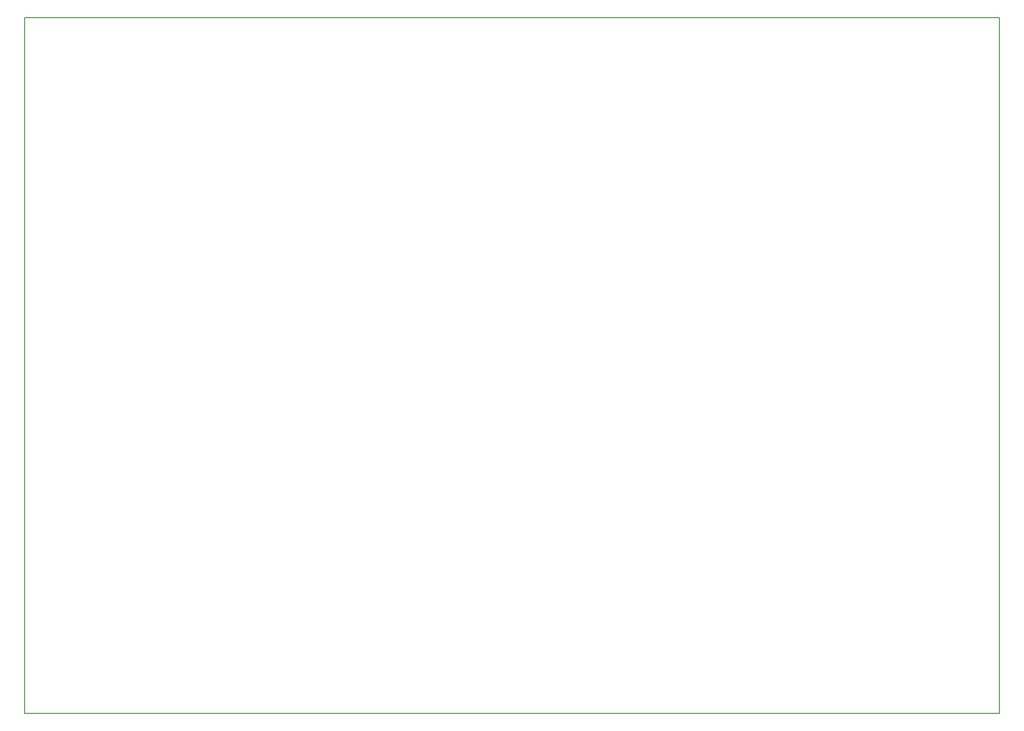
<source format=gko>
G04*
G04 #@! TF.GenerationSoftware,Altium Limited,Altium Designer,22.2.1 (43)*
G04*
G04 Layer_Color=16711935*
%FSLAX25Y25*%
%MOIN*%
G70*
G04*
G04 #@! TF.SameCoordinates,A442F040-2D2B-445B-BC8B-0DACE6EA8BBB*
G04*
G04*
G04 #@! TF.FilePolarity,Positive*
G04*
G01*
G75*
%ADD10C,0.00600*%
D10*
X302Y304D02*
X700196D01*
X302Y499878D02*
X700196D01*
Y304D02*
Y499878D01*
X302Y304D02*
Y499878D01*
M02*

</source>
